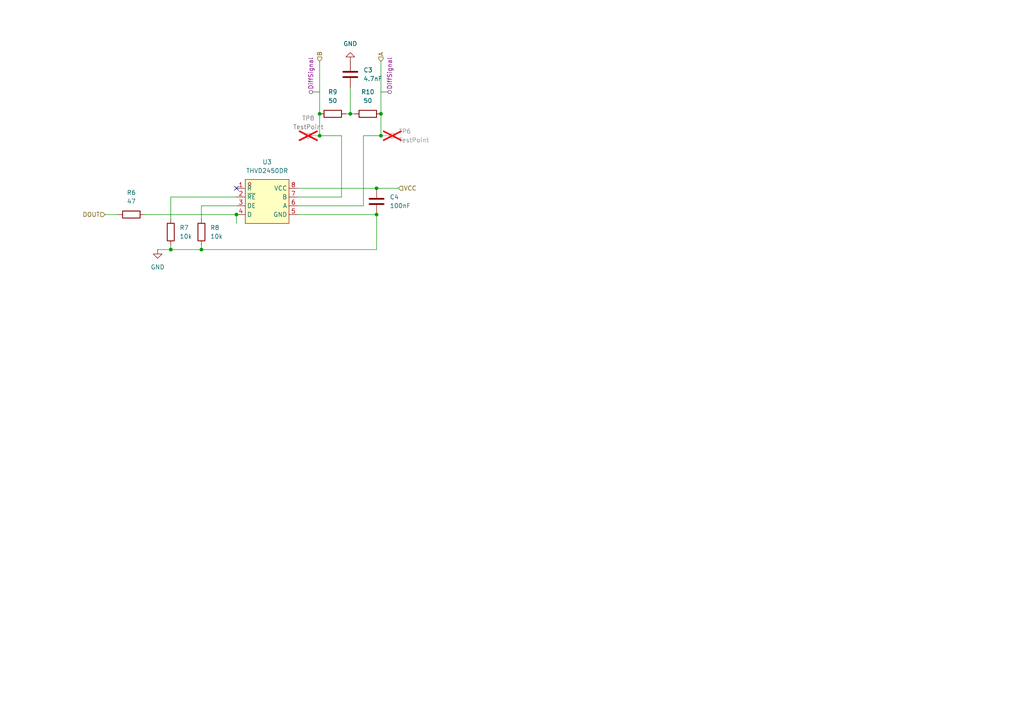
<source format=kicad_sch>
(kicad_sch (version 20250114) (generator "eeschema") (generator_version "9.0")
  (paper "A4")
  (lib_symbols
    (symbol "Connector:TestPoint" (pin_numbers (hide yes)) (pin_names (offset 0.762) (hide yes))
      (property "Reference" "TP" (at 0 6.858 0))
      (property "Value" "TestPoint" (at 0 5.08 0))
      (symbol "TestPoint_0_1"
        (circle (center 0 3.302) (radius 0.762))
      )
      (symbol "TestPoint_1_1"
        (pin passive line (at 0 0 90) (length 2.54) (name "1") (number "1"))
      )
    )
    (symbol "Device:C" (pin_numbers (hide yes)) (pin_names (offset 0.254))
      (property "Reference" "C" (at 0.635 2.54 0))
      (property "Value" "C" (at 0.635 -2.54 0))
      (symbol "C_0_1"
        (polyline (pts (xy -2.032 0.762) (xy 2.032 0.762)) (stroke (width 0.508)))
        (polyline (pts (xy -2.032 -0.762) (xy 2.032 -0.762)) (stroke (width 0.508)))
      )
      (symbol "C_1_1"
        (pin passive line (at 0 3.81 270) (length 2.794) (name "~") (number "1"))
        (pin passive line (at 0 -3.81 90) (length 2.794) (name "~") (number "2"))
      )
    )
    (symbol "Device:R" (pin_numbers (hide yes)) (pin_names (offset 0))
      (property "Reference" "R" (at 2.032 0 90))
      (property "Value" "R" (at 0 0 90))
      (symbol "R_0_1"
        (rectangle (start -1.016 -2.54) (end 1.016 2.54) (stroke (width 0.254)))
      )
      (symbol "R_1_1"
        (pin passive line (at 0 3.81 270) (length 1.27) (name "~") (number "1"))
        (pin passive line (at 0 -3.81 90) (length 1.27) (name "~") (number "2"))
      )
    )
    (symbol "easyeda2kicad:THVD2450DR"
      (property "Reference" "U" (at 0 8.89 0))
      (property "Value" "THVD2450DR" (at 0 -8.89 0))
      (symbol "THVD2450DR_0_1"
        (rectangle (start -6.35 6.35) (end 6.35 -6.35) (fill (type background)))
        (circle (center -5.08 5.08) (radius 0.38))
        (pin unspecified line (at -8.89 3.81 0) (length 2.54) (name "R") (number "1"))
        (pin unspecified line (at -8.89 1.27 0) (length 2.54) (name "~{RE}") (number "2"))
        (pin unspecified line (at -8.89 -1.27 0) (length 2.54) (name "DE") (number "3"))
        (pin unspecified line (at -8.89 -3.81 0) (length 2.54) (name "D") (number "4"))
        (pin unspecified line (at 8.89 3.81 180) (length 2.54) (name "VCC") (number "8"))
        (pin unspecified line (at 8.89 1.27 180) (length 2.54) (name "B") (number "7"))
        (pin unspecified line (at 8.89 -1.27 180) (length 2.54) (name "A") (number "6"))
        (pin unspecified line (at 8.89 -3.81 180) (length 2.54) (name "GND") (number "5"))
      )
    )
    (symbol "power:GND" (power) (pin_numbers (hide yes)) (pin_names (offset 0) (hide yes))
      (property "Value" "GND" (at 0 -3.81 0))
      (symbol "GND_0_1"
        (polyline (pts (xy 0 0) (xy 0 -1.27) (xy 1.27 -1.27) (xy 0 -2.54) (xy -1.27 -1.27) (xy 0 -1.27)))
      )
      (symbol "GND_1_1"
        (pin power_in line (at 0 0 270) (length 0) (name "~") (number "1"))
      )
    )
  )
  (junction (at 110.49 33.02))
  (junction (at 68.58 62.23))
  (junction (at 101.6 33.02))
  (junction (at 110.49 39.37))
  (junction (at 92.71 39.37))
  (junction (at 109.22 62.23))
  (junction (at 58.42 72.39))
  (junction (at 92.71 33.02))
  (junction (at 109.22 54.61))
  (junction (at 49.53 72.39))
  (no_connect (at 68.58 54.61))
  (wire (pts (xy 99.06 39.37) (xy 92.71 39.37)))
  (wire (pts (xy 109.22 62.23) (xy 109.22 72.39)))
  (wire (pts (xy 68.58 64.77) (xy 68.58 62.23)))
  (wire (pts (xy 110.49 39.37) (xy 110.49 33.02)))
  (wire (pts (xy 68.58 57.15) (xy 49.53 57.15)))
  (wire (pts (xy 58.42 72.39) (xy 49.53 72.39)))
  (wire (pts (xy 58.42 59.69) (xy 58.42 63.5)))
  (wire (pts (xy 49.53 57.15) (xy 49.53 63.5)))
  (wire (pts (xy 110.49 17.78) (xy 110.49 33.02)))
  (wire (pts (xy 105.41 39.37) (xy 110.49 39.37)))
  (wire (pts (xy 30.48 62.23) (xy 34.29 62.23)))
  (wire (pts (xy 99.06 57.15) (xy 86.36 57.15)))
  (wire (pts (xy 101.6 33.02) (xy 101.6 25.4)))
  (wire (pts (xy 105.41 59.69) (xy 86.36 59.69)))
  (wire (pts (xy 105.41 39.37) (xy 105.41 59.69)))
  (wire (pts (xy 101.6 33.02) (xy 102.87 33.02)))
  (wire (pts (xy 86.36 54.61) (xy 109.22 54.61)))
  (wire (pts (xy 49.53 71.12) (xy 49.53 72.39)))
  (wire (pts (xy 49.53 72.39) (xy 45.72 72.39)))
  (wire (pts (xy 92.71 33.02) (xy 92.71 17.78)))
  (wire (pts (xy 99.06 39.37) (xy 99.06 57.15)))
  (wire (pts (xy 109.22 72.39) (xy 58.42 72.39)))
  (wire (pts (xy 100.33 33.02) (xy 101.6 33.02)))
  (wire (pts (xy 68.58 59.69) (xy 58.42 59.69)))
  (wire (pts (xy 58.42 71.12) (xy 58.42 72.39)))
  (wire (pts (xy 92.71 39.37) (xy 92.71 33.02)))
  (wire (pts (xy 41.91 62.23) (xy 68.58 62.23)))
  (wire (pts (xy 86.36 62.23) (xy 109.22 62.23)))
  (wire (pts (xy 109.22 54.61) (xy 115.57 54.61)))
  (hierarchical_label "A" (shape input) (at 110.49 17.78 90))
  (hierarchical_label "DOUT" (shape input) (at 30.48 62.23 180))
  (hierarchical_label "B" (shape input) (at 92.71 17.78 90))
  (hierarchical_label "VCC" (shape input) (at 115.57 54.61 0))
  (netclass_flag "" (length 2.54) (shape round) (at 92.71 26.67 90) (property "Netclass" "DiffSignal" (at 90.17 25.9715 90) (effects (justify left))))
  (netclass_flag "" (length 2.54) (shape round) (at 110.49 26.67 270) (property "Netclass" "DiffSignal" (at 113.03 25.9715 90) (effects (justify left))))
  (symbol (lib_id "Connector:TestPoint") (at 92.71 39.37 90) (unit 1) (in_bom no) (dnp yes)
    (property "Reference" "TP7" (at 89.408 34.29 90))
    (property "Value" "TestPoint" (at 89.408 36.83 90))
    (property "Footprint" "TestPoint:TestPoint_Pad_D1.0mm" (effects (hide yes)))
    (property "Description" "test point" (effects (hide yes)))
    (instances (project "receiver" (path "" (reference "TP8") (unit 1)) (path "" (reference "TP7") (unit 1))))
  )
  (symbol (lib_id "power:GND") (at 101.6 17.78 180) (unit 1)
    (property "Reference" "#PWR06" (effects (hide yes)))
    (property "Value" "GND" (at 101.6 12.7 0))
    (property "Description" "Power symbol creates a global label with name \"GND\" , ground" (effects (hide yes)))
    (instances (project "" (path "" (reference "#PWR09") (unit 1)) (path "" (reference "#PWR06") (unit 1))))
  )
  (symbol (lib_id "power:GND") (at 45.72 72.39 0) (unit 1)
    (property "Reference" "#PWR04" (effects (hide yes)))
    (property "Value" "GND" (at 45.72 77.47 0))
    (property "Description" "Power symbol creates a global label with name \"GND\" , ground" (effects (hide yes)))
    (instances (project "receiver" (path "" (reference "#PWR07") (unit 1)) (path "" (reference "#PWR04") (unit 1))))
  )
  (symbol (lib_id "Device:R") (at 106.68 33.02 90) (unit 1)
    (property "Reference" "R5" (at 106.68 26.67 90))
    (property "Value" "50" (at 106.68 29.21 90))
    (property "Footprint" "Resistor_SMD:R_0603_1608Metric" (effects (hide yes)))
    (property "Description" "Resistor" (effects (hide yes)))
    (instances (project "" (path "" (reference "R10") (unit 1)) (path "" (reference "R5") (unit 1))))
  )
  (symbol (lib_id "Device:R") (at 58.42 67.31 180) (unit 1)
    (property "Reference" "R3" (at 60.96 66.0399 0) (effects (justify right)))
    (property "Value" "10k" (at 60.96 68.5799 0) (effects (justify right)))
    (property "Footprint" "Resistor_SMD:R_0402_1005Metric" (effects (hide yes)))
    (property "Description" "Resistor" (effects (hide yes)))
    (instances (project "receiver" (path "" (reference "R8") (unit 1)) (path "" (reference "R3") (unit 1))))
  )
  (symbol (lib_id "Device:C") (at 109.22 58.42 0) (unit 1)
    (property "Reference" "C2" (at 113.03 57.1499 0) (effects (justify left)))
    (property "Value" "100nF" (at 113.03 59.6899 0) (effects (justify left)))
    (property "Footprint" "Capacitor_SMD:C_0603_1608Metric" (effects (hide yes)))
    (property "Description" "Unpolarized capacitor" (effects (hide yes)))
    (instances (project "receiver" (path "" (reference "C4") (unit 1)) (path "" (reference "C2") (unit 1))))
  )
  (symbol (lib_id "Device:R") (at 96.52 33.02 90) (unit 1)
    (property "Reference" "R4" (at 96.52 26.67 90))
    (property "Value" "50" (at 96.52 29.21 90))
    (property "Footprint" "Resistor_SMD:R_0603_1608Metric" (effects (hide yes)))
    (property "Description" "Resistor" (effects (hide yes)))
    (instances (project "" (path "" (reference "R9") (unit 1)) (path "" (reference "R4") (unit 1))))
  )
  (symbol (lib_id "Device:R") (at 38.1 62.23 90) (unit 1)
    (property "Reference" "R1" (at 38.1 55.88 90))
    (property "Value" "47" (at 38.1 58.42 90))
    (property "Footprint" "Resistor_SMD:R_0402_1005Metric" (effects (hide yes)))
    (property "Description" "Resistor" (effects (hide yes)))
    (instances (project "receiver" (path "" (reference "R6") (unit 1)) (path "" (reference "R1") (unit 1))))
  )
  (symbol (lib_id "Device:R") (at 49.53 67.31 180) (unit 1)
    (property "Reference" "R2" (at 52.07 66.0399 0) (effects (justify right)))
    (property "Value" "10k" (at 52.07 68.5799 0) (effects (justify right)))
    (property "Footprint" "Resistor_SMD:R_0402_1005Metric" (effects (hide yes)))
    (property "Description" "Resistor" (effects (hide yes)))
    (instances (project "receiver" (path "" (reference "R7") (unit 1)) (path "" (reference "R2") (unit 1))))
  )
  (symbol (lib_id "Device:C") (at 101.6 21.59 0) (unit 1)
    (property "Reference" "C1" (at 105.41 20.3199 0) (effects (justify left)))
    (property "Value" "4.7nF" (at 105.41 22.8599 0) (effects (justify left)))
    (property "Footprint" "Capacitor_SMD:C_0402_1005Metric" (effects (hide yes)))
    (property "Description" "Unpolarized capacitor" (effects (hide yes)))
    (instances (project "" (path "" (reference "C3") (unit 1)) (path "" (reference "C1") (unit 1))))
  )
  (symbol (lib_id "easyeda2kicad:THVD2450DR") (at 77.47 58.42 0) (unit 1)
    (property "Reference" "U2" (at 77.47 46.99 0))
    (property "Value" "THVD2450DR" (at 77.47 49.53 0))
    (property "Footprint" "easyeda2kicad:SOIC-8_L4.9-W3.9-P1.27-LS6.0-BL" (effects (hide yes)))
    (property "LCSC Part" "C2672621" (effects (hide yes)))
    (instances (project "receiver" (path "" (reference "U3") (unit 1)) (path "" (reference "U2") (unit 1))))
  )
  (symbol (lib_id "Connector:TestPoint") (at 110.49 39.37 270) (unit 1) (in_bom no) (dnp yes)
    (property "Reference" "TP5" (at 115.57 38.0999 90) (effects (justify left)))
    (property "Value" "TestPoint" (at 115.57 40.6399 90) (effects (justify left)))
    (property "Footprint" "TestPoint:TestPoint_Pad_D1.0mm" (effects (hide yes)))
    (property "Description" "test point" (effects (hide yes)))
    (instances (project "receiver" (path "" (reference "TP6") (unit 1)) (path "" (reference "TP5") (unit 1))))
  )
)
</source>
